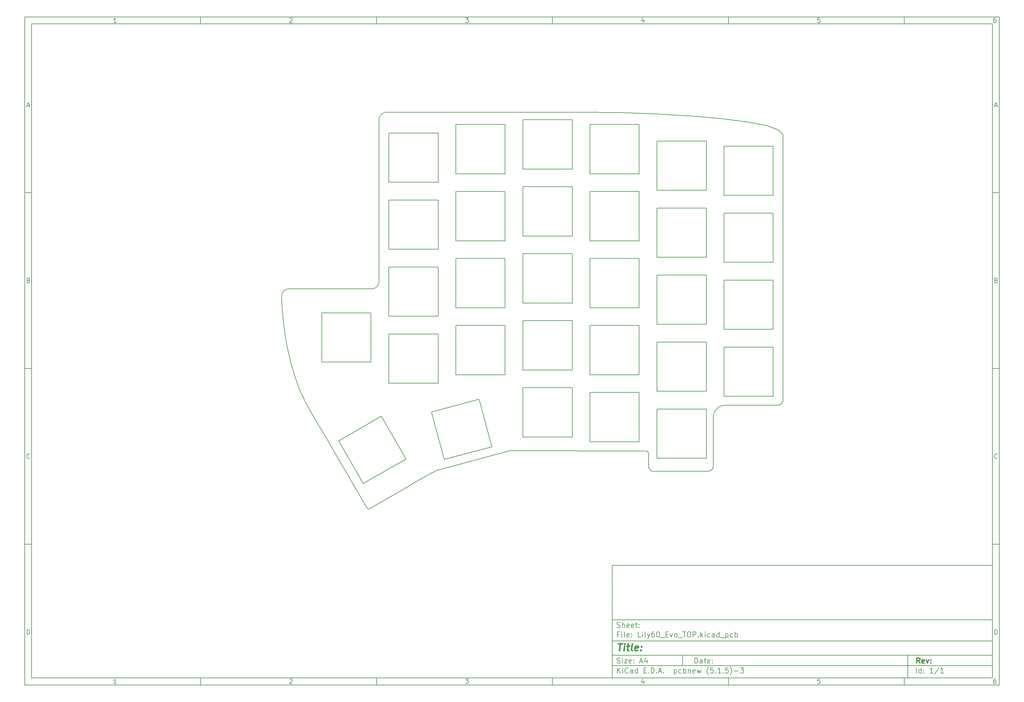
<source format=gm1>
G04 #@! TF.GenerationSoftware,KiCad,Pcbnew,(5.1.5)-3*
G04 #@! TF.CreationDate,2020-05-17T14:13:09+04:00*
G04 #@! TF.ProjectId,Lily60_Evo_TOP,4c696c79-3630-45f4-9576-6f5f544f502e,rev?*
G04 #@! TF.SameCoordinates,Original*
G04 #@! TF.FileFunction,Profile,NP*
%FSLAX46Y46*%
G04 Gerber Fmt 4.6, Leading zero omitted, Abs format (unit mm)*
G04 Created by KiCad (PCBNEW (5.1.5)-3) date 2020-05-17 14:13:09*
%MOMM*%
%LPD*%
G04 APERTURE LIST*
%ADD10C,0.100000*%
%ADD11C,0.150000*%
%ADD12C,0.300000*%
%ADD13C,0.400000*%
%ADD14C,0.200000*%
G04 APERTURE END LIST*
D10*
D11*
X177002200Y-166007200D02*
X177002200Y-198007200D01*
X285002200Y-198007200D01*
X285002200Y-166007200D01*
X177002200Y-166007200D01*
D10*
D11*
X10000000Y-10000000D02*
X10000000Y-200007200D01*
X287002200Y-200007200D01*
X287002200Y-10000000D01*
X10000000Y-10000000D01*
D10*
D11*
X12000000Y-12000000D02*
X12000000Y-198007200D01*
X285002200Y-198007200D01*
X285002200Y-12000000D01*
X12000000Y-12000000D01*
D10*
D11*
X60000000Y-12000000D02*
X60000000Y-10000000D01*
D10*
D11*
X110000000Y-12000000D02*
X110000000Y-10000000D01*
D10*
D11*
X160000000Y-12000000D02*
X160000000Y-10000000D01*
D10*
D11*
X210000000Y-12000000D02*
X210000000Y-10000000D01*
D10*
D11*
X260000000Y-12000000D02*
X260000000Y-10000000D01*
D10*
D11*
X36065476Y-11588095D02*
X35322619Y-11588095D01*
X35694047Y-11588095D02*
X35694047Y-10288095D01*
X35570238Y-10473809D01*
X35446428Y-10597619D01*
X35322619Y-10659523D01*
D10*
D11*
X85322619Y-10411904D02*
X85384523Y-10350000D01*
X85508333Y-10288095D01*
X85817857Y-10288095D01*
X85941666Y-10350000D01*
X86003571Y-10411904D01*
X86065476Y-10535714D01*
X86065476Y-10659523D01*
X86003571Y-10845238D01*
X85260714Y-11588095D01*
X86065476Y-11588095D01*
D10*
D11*
X135260714Y-10288095D02*
X136065476Y-10288095D01*
X135632142Y-10783333D01*
X135817857Y-10783333D01*
X135941666Y-10845238D01*
X136003571Y-10907142D01*
X136065476Y-11030952D01*
X136065476Y-11340476D01*
X136003571Y-11464285D01*
X135941666Y-11526190D01*
X135817857Y-11588095D01*
X135446428Y-11588095D01*
X135322619Y-11526190D01*
X135260714Y-11464285D01*
D10*
D11*
X185941666Y-10721428D02*
X185941666Y-11588095D01*
X185632142Y-10226190D02*
X185322619Y-11154761D01*
X186127380Y-11154761D01*
D10*
D11*
X236003571Y-10288095D02*
X235384523Y-10288095D01*
X235322619Y-10907142D01*
X235384523Y-10845238D01*
X235508333Y-10783333D01*
X235817857Y-10783333D01*
X235941666Y-10845238D01*
X236003571Y-10907142D01*
X236065476Y-11030952D01*
X236065476Y-11340476D01*
X236003571Y-11464285D01*
X235941666Y-11526190D01*
X235817857Y-11588095D01*
X235508333Y-11588095D01*
X235384523Y-11526190D01*
X235322619Y-11464285D01*
D10*
D11*
X285941666Y-10288095D02*
X285694047Y-10288095D01*
X285570238Y-10350000D01*
X285508333Y-10411904D01*
X285384523Y-10597619D01*
X285322619Y-10845238D01*
X285322619Y-11340476D01*
X285384523Y-11464285D01*
X285446428Y-11526190D01*
X285570238Y-11588095D01*
X285817857Y-11588095D01*
X285941666Y-11526190D01*
X286003571Y-11464285D01*
X286065476Y-11340476D01*
X286065476Y-11030952D01*
X286003571Y-10907142D01*
X285941666Y-10845238D01*
X285817857Y-10783333D01*
X285570238Y-10783333D01*
X285446428Y-10845238D01*
X285384523Y-10907142D01*
X285322619Y-11030952D01*
D10*
D11*
X60000000Y-198007200D02*
X60000000Y-200007200D01*
D10*
D11*
X110000000Y-198007200D02*
X110000000Y-200007200D01*
D10*
D11*
X160000000Y-198007200D02*
X160000000Y-200007200D01*
D10*
D11*
X210000000Y-198007200D02*
X210000000Y-200007200D01*
D10*
D11*
X260000000Y-198007200D02*
X260000000Y-200007200D01*
D10*
D11*
X36065476Y-199595295D02*
X35322619Y-199595295D01*
X35694047Y-199595295D02*
X35694047Y-198295295D01*
X35570238Y-198481009D01*
X35446428Y-198604819D01*
X35322619Y-198666723D01*
D10*
D11*
X85322619Y-198419104D02*
X85384523Y-198357200D01*
X85508333Y-198295295D01*
X85817857Y-198295295D01*
X85941666Y-198357200D01*
X86003571Y-198419104D01*
X86065476Y-198542914D01*
X86065476Y-198666723D01*
X86003571Y-198852438D01*
X85260714Y-199595295D01*
X86065476Y-199595295D01*
D10*
D11*
X135260714Y-198295295D02*
X136065476Y-198295295D01*
X135632142Y-198790533D01*
X135817857Y-198790533D01*
X135941666Y-198852438D01*
X136003571Y-198914342D01*
X136065476Y-199038152D01*
X136065476Y-199347676D01*
X136003571Y-199471485D01*
X135941666Y-199533390D01*
X135817857Y-199595295D01*
X135446428Y-199595295D01*
X135322619Y-199533390D01*
X135260714Y-199471485D01*
D10*
D11*
X185941666Y-198728628D02*
X185941666Y-199595295D01*
X185632142Y-198233390D02*
X185322619Y-199161961D01*
X186127380Y-199161961D01*
D10*
D11*
X236003571Y-198295295D02*
X235384523Y-198295295D01*
X235322619Y-198914342D01*
X235384523Y-198852438D01*
X235508333Y-198790533D01*
X235817857Y-198790533D01*
X235941666Y-198852438D01*
X236003571Y-198914342D01*
X236065476Y-199038152D01*
X236065476Y-199347676D01*
X236003571Y-199471485D01*
X235941666Y-199533390D01*
X235817857Y-199595295D01*
X235508333Y-199595295D01*
X235384523Y-199533390D01*
X235322619Y-199471485D01*
D10*
D11*
X285941666Y-198295295D02*
X285694047Y-198295295D01*
X285570238Y-198357200D01*
X285508333Y-198419104D01*
X285384523Y-198604819D01*
X285322619Y-198852438D01*
X285322619Y-199347676D01*
X285384523Y-199471485D01*
X285446428Y-199533390D01*
X285570238Y-199595295D01*
X285817857Y-199595295D01*
X285941666Y-199533390D01*
X286003571Y-199471485D01*
X286065476Y-199347676D01*
X286065476Y-199038152D01*
X286003571Y-198914342D01*
X285941666Y-198852438D01*
X285817857Y-198790533D01*
X285570238Y-198790533D01*
X285446428Y-198852438D01*
X285384523Y-198914342D01*
X285322619Y-199038152D01*
D10*
D11*
X10000000Y-60000000D02*
X12000000Y-60000000D01*
D10*
D11*
X10000000Y-110000000D02*
X12000000Y-110000000D01*
D10*
D11*
X10000000Y-160000000D02*
X12000000Y-160000000D01*
D10*
D11*
X10690476Y-35216666D02*
X11309523Y-35216666D01*
X10566666Y-35588095D02*
X11000000Y-34288095D01*
X11433333Y-35588095D01*
D10*
D11*
X11092857Y-84907142D02*
X11278571Y-84969047D01*
X11340476Y-85030952D01*
X11402380Y-85154761D01*
X11402380Y-85340476D01*
X11340476Y-85464285D01*
X11278571Y-85526190D01*
X11154761Y-85588095D01*
X10659523Y-85588095D01*
X10659523Y-84288095D01*
X11092857Y-84288095D01*
X11216666Y-84350000D01*
X11278571Y-84411904D01*
X11340476Y-84535714D01*
X11340476Y-84659523D01*
X11278571Y-84783333D01*
X11216666Y-84845238D01*
X11092857Y-84907142D01*
X10659523Y-84907142D01*
D10*
D11*
X11402380Y-135464285D02*
X11340476Y-135526190D01*
X11154761Y-135588095D01*
X11030952Y-135588095D01*
X10845238Y-135526190D01*
X10721428Y-135402380D01*
X10659523Y-135278571D01*
X10597619Y-135030952D01*
X10597619Y-134845238D01*
X10659523Y-134597619D01*
X10721428Y-134473809D01*
X10845238Y-134350000D01*
X11030952Y-134288095D01*
X11154761Y-134288095D01*
X11340476Y-134350000D01*
X11402380Y-134411904D01*
D10*
D11*
X10659523Y-185588095D02*
X10659523Y-184288095D01*
X10969047Y-184288095D01*
X11154761Y-184350000D01*
X11278571Y-184473809D01*
X11340476Y-184597619D01*
X11402380Y-184845238D01*
X11402380Y-185030952D01*
X11340476Y-185278571D01*
X11278571Y-185402380D01*
X11154761Y-185526190D01*
X10969047Y-185588095D01*
X10659523Y-185588095D01*
D10*
D11*
X287002200Y-60000000D02*
X285002200Y-60000000D01*
D10*
D11*
X287002200Y-110000000D02*
X285002200Y-110000000D01*
D10*
D11*
X287002200Y-160000000D02*
X285002200Y-160000000D01*
D10*
D11*
X285692676Y-35216666D02*
X286311723Y-35216666D01*
X285568866Y-35588095D02*
X286002200Y-34288095D01*
X286435533Y-35588095D01*
D10*
D11*
X286095057Y-84907142D02*
X286280771Y-84969047D01*
X286342676Y-85030952D01*
X286404580Y-85154761D01*
X286404580Y-85340476D01*
X286342676Y-85464285D01*
X286280771Y-85526190D01*
X286156961Y-85588095D01*
X285661723Y-85588095D01*
X285661723Y-84288095D01*
X286095057Y-84288095D01*
X286218866Y-84350000D01*
X286280771Y-84411904D01*
X286342676Y-84535714D01*
X286342676Y-84659523D01*
X286280771Y-84783333D01*
X286218866Y-84845238D01*
X286095057Y-84907142D01*
X285661723Y-84907142D01*
D10*
D11*
X286404580Y-135464285D02*
X286342676Y-135526190D01*
X286156961Y-135588095D01*
X286033152Y-135588095D01*
X285847438Y-135526190D01*
X285723628Y-135402380D01*
X285661723Y-135278571D01*
X285599819Y-135030952D01*
X285599819Y-134845238D01*
X285661723Y-134597619D01*
X285723628Y-134473809D01*
X285847438Y-134350000D01*
X286033152Y-134288095D01*
X286156961Y-134288095D01*
X286342676Y-134350000D01*
X286404580Y-134411904D01*
D10*
D11*
X285661723Y-185588095D02*
X285661723Y-184288095D01*
X285971247Y-184288095D01*
X286156961Y-184350000D01*
X286280771Y-184473809D01*
X286342676Y-184597619D01*
X286404580Y-184845238D01*
X286404580Y-185030952D01*
X286342676Y-185278571D01*
X286280771Y-185402380D01*
X286156961Y-185526190D01*
X285971247Y-185588095D01*
X285661723Y-185588095D01*
D10*
D11*
X200434342Y-193785771D02*
X200434342Y-192285771D01*
X200791485Y-192285771D01*
X201005771Y-192357200D01*
X201148628Y-192500057D01*
X201220057Y-192642914D01*
X201291485Y-192928628D01*
X201291485Y-193142914D01*
X201220057Y-193428628D01*
X201148628Y-193571485D01*
X201005771Y-193714342D01*
X200791485Y-193785771D01*
X200434342Y-193785771D01*
X202577200Y-193785771D02*
X202577200Y-193000057D01*
X202505771Y-192857200D01*
X202362914Y-192785771D01*
X202077200Y-192785771D01*
X201934342Y-192857200D01*
X202577200Y-193714342D02*
X202434342Y-193785771D01*
X202077200Y-193785771D01*
X201934342Y-193714342D01*
X201862914Y-193571485D01*
X201862914Y-193428628D01*
X201934342Y-193285771D01*
X202077200Y-193214342D01*
X202434342Y-193214342D01*
X202577200Y-193142914D01*
X203077200Y-192785771D02*
X203648628Y-192785771D01*
X203291485Y-192285771D02*
X203291485Y-193571485D01*
X203362914Y-193714342D01*
X203505771Y-193785771D01*
X203648628Y-193785771D01*
X204720057Y-193714342D02*
X204577200Y-193785771D01*
X204291485Y-193785771D01*
X204148628Y-193714342D01*
X204077200Y-193571485D01*
X204077200Y-193000057D01*
X204148628Y-192857200D01*
X204291485Y-192785771D01*
X204577200Y-192785771D01*
X204720057Y-192857200D01*
X204791485Y-193000057D01*
X204791485Y-193142914D01*
X204077200Y-193285771D01*
X205434342Y-193642914D02*
X205505771Y-193714342D01*
X205434342Y-193785771D01*
X205362914Y-193714342D01*
X205434342Y-193642914D01*
X205434342Y-193785771D01*
X205434342Y-192857200D02*
X205505771Y-192928628D01*
X205434342Y-193000057D01*
X205362914Y-192928628D01*
X205434342Y-192857200D01*
X205434342Y-193000057D01*
D10*
D11*
X177002200Y-194507200D02*
X285002200Y-194507200D01*
D10*
D11*
X178434342Y-196585771D02*
X178434342Y-195085771D01*
X179291485Y-196585771D02*
X178648628Y-195728628D01*
X179291485Y-195085771D02*
X178434342Y-195942914D01*
X179934342Y-196585771D02*
X179934342Y-195585771D01*
X179934342Y-195085771D02*
X179862914Y-195157200D01*
X179934342Y-195228628D01*
X180005771Y-195157200D01*
X179934342Y-195085771D01*
X179934342Y-195228628D01*
X181505771Y-196442914D02*
X181434342Y-196514342D01*
X181220057Y-196585771D01*
X181077200Y-196585771D01*
X180862914Y-196514342D01*
X180720057Y-196371485D01*
X180648628Y-196228628D01*
X180577200Y-195942914D01*
X180577200Y-195728628D01*
X180648628Y-195442914D01*
X180720057Y-195300057D01*
X180862914Y-195157200D01*
X181077200Y-195085771D01*
X181220057Y-195085771D01*
X181434342Y-195157200D01*
X181505771Y-195228628D01*
X182791485Y-196585771D02*
X182791485Y-195800057D01*
X182720057Y-195657200D01*
X182577200Y-195585771D01*
X182291485Y-195585771D01*
X182148628Y-195657200D01*
X182791485Y-196514342D02*
X182648628Y-196585771D01*
X182291485Y-196585771D01*
X182148628Y-196514342D01*
X182077200Y-196371485D01*
X182077200Y-196228628D01*
X182148628Y-196085771D01*
X182291485Y-196014342D01*
X182648628Y-196014342D01*
X182791485Y-195942914D01*
X184148628Y-196585771D02*
X184148628Y-195085771D01*
X184148628Y-196514342D02*
X184005771Y-196585771D01*
X183720057Y-196585771D01*
X183577200Y-196514342D01*
X183505771Y-196442914D01*
X183434342Y-196300057D01*
X183434342Y-195871485D01*
X183505771Y-195728628D01*
X183577200Y-195657200D01*
X183720057Y-195585771D01*
X184005771Y-195585771D01*
X184148628Y-195657200D01*
X186005771Y-195800057D02*
X186505771Y-195800057D01*
X186720057Y-196585771D02*
X186005771Y-196585771D01*
X186005771Y-195085771D01*
X186720057Y-195085771D01*
X187362914Y-196442914D02*
X187434342Y-196514342D01*
X187362914Y-196585771D01*
X187291485Y-196514342D01*
X187362914Y-196442914D01*
X187362914Y-196585771D01*
X188077200Y-196585771D02*
X188077200Y-195085771D01*
X188434342Y-195085771D01*
X188648628Y-195157200D01*
X188791485Y-195300057D01*
X188862914Y-195442914D01*
X188934342Y-195728628D01*
X188934342Y-195942914D01*
X188862914Y-196228628D01*
X188791485Y-196371485D01*
X188648628Y-196514342D01*
X188434342Y-196585771D01*
X188077200Y-196585771D01*
X189577200Y-196442914D02*
X189648628Y-196514342D01*
X189577200Y-196585771D01*
X189505771Y-196514342D01*
X189577200Y-196442914D01*
X189577200Y-196585771D01*
X190220057Y-196157200D02*
X190934342Y-196157200D01*
X190077200Y-196585771D02*
X190577200Y-195085771D01*
X191077200Y-196585771D01*
X191577200Y-196442914D02*
X191648628Y-196514342D01*
X191577200Y-196585771D01*
X191505771Y-196514342D01*
X191577200Y-196442914D01*
X191577200Y-196585771D01*
X194577200Y-195585771D02*
X194577200Y-197085771D01*
X194577200Y-195657200D02*
X194720057Y-195585771D01*
X195005771Y-195585771D01*
X195148628Y-195657200D01*
X195220057Y-195728628D01*
X195291485Y-195871485D01*
X195291485Y-196300057D01*
X195220057Y-196442914D01*
X195148628Y-196514342D01*
X195005771Y-196585771D01*
X194720057Y-196585771D01*
X194577200Y-196514342D01*
X196577200Y-196514342D02*
X196434342Y-196585771D01*
X196148628Y-196585771D01*
X196005771Y-196514342D01*
X195934342Y-196442914D01*
X195862914Y-196300057D01*
X195862914Y-195871485D01*
X195934342Y-195728628D01*
X196005771Y-195657200D01*
X196148628Y-195585771D01*
X196434342Y-195585771D01*
X196577200Y-195657200D01*
X197220057Y-196585771D02*
X197220057Y-195085771D01*
X197220057Y-195657200D02*
X197362914Y-195585771D01*
X197648628Y-195585771D01*
X197791485Y-195657200D01*
X197862914Y-195728628D01*
X197934342Y-195871485D01*
X197934342Y-196300057D01*
X197862914Y-196442914D01*
X197791485Y-196514342D01*
X197648628Y-196585771D01*
X197362914Y-196585771D01*
X197220057Y-196514342D01*
X198577200Y-195585771D02*
X198577200Y-196585771D01*
X198577200Y-195728628D02*
X198648628Y-195657200D01*
X198791485Y-195585771D01*
X199005771Y-195585771D01*
X199148628Y-195657200D01*
X199220057Y-195800057D01*
X199220057Y-196585771D01*
X200505771Y-196514342D02*
X200362914Y-196585771D01*
X200077200Y-196585771D01*
X199934342Y-196514342D01*
X199862914Y-196371485D01*
X199862914Y-195800057D01*
X199934342Y-195657200D01*
X200077200Y-195585771D01*
X200362914Y-195585771D01*
X200505771Y-195657200D01*
X200577200Y-195800057D01*
X200577200Y-195942914D01*
X199862914Y-196085771D01*
X201077200Y-195585771D02*
X201362914Y-196585771D01*
X201648628Y-195871485D01*
X201934342Y-196585771D01*
X202220057Y-195585771D01*
X204362914Y-197157200D02*
X204291485Y-197085771D01*
X204148628Y-196871485D01*
X204077200Y-196728628D01*
X204005771Y-196514342D01*
X203934342Y-196157200D01*
X203934342Y-195871485D01*
X204005771Y-195514342D01*
X204077200Y-195300057D01*
X204148628Y-195157200D01*
X204291485Y-194942914D01*
X204362914Y-194871485D01*
X205648628Y-195085771D02*
X204934342Y-195085771D01*
X204862914Y-195800057D01*
X204934342Y-195728628D01*
X205077200Y-195657200D01*
X205434342Y-195657200D01*
X205577200Y-195728628D01*
X205648628Y-195800057D01*
X205720057Y-195942914D01*
X205720057Y-196300057D01*
X205648628Y-196442914D01*
X205577200Y-196514342D01*
X205434342Y-196585771D01*
X205077200Y-196585771D01*
X204934342Y-196514342D01*
X204862914Y-196442914D01*
X206362914Y-196442914D02*
X206434342Y-196514342D01*
X206362914Y-196585771D01*
X206291485Y-196514342D01*
X206362914Y-196442914D01*
X206362914Y-196585771D01*
X207862914Y-196585771D02*
X207005771Y-196585771D01*
X207434342Y-196585771D02*
X207434342Y-195085771D01*
X207291485Y-195300057D01*
X207148628Y-195442914D01*
X207005771Y-195514342D01*
X208505771Y-196442914D02*
X208577200Y-196514342D01*
X208505771Y-196585771D01*
X208434342Y-196514342D01*
X208505771Y-196442914D01*
X208505771Y-196585771D01*
X209934342Y-195085771D02*
X209220057Y-195085771D01*
X209148628Y-195800057D01*
X209220057Y-195728628D01*
X209362914Y-195657200D01*
X209720057Y-195657200D01*
X209862914Y-195728628D01*
X209934342Y-195800057D01*
X210005771Y-195942914D01*
X210005771Y-196300057D01*
X209934342Y-196442914D01*
X209862914Y-196514342D01*
X209720057Y-196585771D01*
X209362914Y-196585771D01*
X209220057Y-196514342D01*
X209148628Y-196442914D01*
X210505771Y-197157200D02*
X210577200Y-197085771D01*
X210720057Y-196871485D01*
X210791485Y-196728628D01*
X210862914Y-196514342D01*
X210934342Y-196157200D01*
X210934342Y-195871485D01*
X210862914Y-195514342D01*
X210791485Y-195300057D01*
X210720057Y-195157200D01*
X210577200Y-194942914D01*
X210505771Y-194871485D01*
X211648628Y-196014342D02*
X212791485Y-196014342D01*
X213362914Y-195085771D02*
X214291485Y-195085771D01*
X213791485Y-195657200D01*
X214005771Y-195657200D01*
X214148628Y-195728628D01*
X214220057Y-195800057D01*
X214291485Y-195942914D01*
X214291485Y-196300057D01*
X214220057Y-196442914D01*
X214148628Y-196514342D01*
X214005771Y-196585771D01*
X213577200Y-196585771D01*
X213434342Y-196514342D01*
X213362914Y-196442914D01*
D10*
D11*
X177002200Y-191507200D02*
X285002200Y-191507200D01*
D10*
D12*
X264411485Y-193785771D02*
X263911485Y-193071485D01*
X263554342Y-193785771D02*
X263554342Y-192285771D01*
X264125771Y-192285771D01*
X264268628Y-192357200D01*
X264340057Y-192428628D01*
X264411485Y-192571485D01*
X264411485Y-192785771D01*
X264340057Y-192928628D01*
X264268628Y-193000057D01*
X264125771Y-193071485D01*
X263554342Y-193071485D01*
X265625771Y-193714342D02*
X265482914Y-193785771D01*
X265197200Y-193785771D01*
X265054342Y-193714342D01*
X264982914Y-193571485D01*
X264982914Y-193000057D01*
X265054342Y-192857200D01*
X265197200Y-192785771D01*
X265482914Y-192785771D01*
X265625771Y-192857200D01*
X265697200Y-193000057D01*
X265697200Y-193142914D01*
X264982914Y-193285771D01*
X266197200Y-192785771D02*
X266554342Y-193785771D01*
X266911485Y-192785771D01*
X267482914Y-193642914D02*
X267554342Y-193714342D01*
X267482914Y-193785771D01*
X267411485Y-193714342D01*
X267482914Y-193642914D01*
X267482914Y-193785771D01*
X267482914Y-192857200D02*
X267554342Y-192928628D01*
X267482914Y-193000057D01*
X267411485Y-192928628D01*
X267482914Y-192857200D01*
X267482914Y-193000057D01*
D10*
D11*
X178362914Y-193714342D02*
X178577200Y-193785771D01*
X178934342Y-193785771D01*
X179077200Y-193714342D01*
X179148628Y-193642914D01*
X179220057Y-193500057D01*
X179220057Y-193357200D01*
X179148628Y-193214342D01*
X179077200Y-193142914D01*
X178934342Y-193071485D01*
X178648628Y-193000057D01*
X178505771Y-192928628D01*
X178434342Y-192857200D01*
X178362914Y-192714342D01*
X178362914Y-192571485D01*
X178434342Y-192428628D01*
X178505771Y-192357200D01*
X178648628Y-192285771D01*
X179005771Y-192285771D01*
X179220057Y-192357200D01*
X179862914Y-193785771D02*
X179862914Y-192785771D01*
X179862914Y-192285771D02*
X179791485Y-192357200D01*
X179862914Y-192428628D01*
X179934342Y-192357200D01*
X179862914Y-192285771D01*
X179862914Y-192428628D01*
X180434342Y-192785771D02*
X181220057Y-192785771D01*
X180434342Y-193785771D01*
X181220057Y-193785771D01*
X182362914Y-193714342D02*
X182220057Y-193785771D01*
X181934342Y-193785771D01*
X181791485Y-193714342D01*
X181720057Y-193571485D01*
X181720057Y-193000057D01*
X181791485Y-192857200D01*
X181934342Y-192785771D01*
X182220057Y-192785771D01*
X182362914Y-192857200D01*
X182434342Y-193000057D01*
X182434342Y-193142914D01*
X181720057Y-193285771D01*
X183077200Y-193642914D02*
X183148628Y-193714342D01*
X183077200Y-193785771D01*
X183005771Y-193714342D01*
X183077200Y-193642914D01*
X183077200Y-193785771D01*
X183077200Y-192857200D02*
X183148628Y-192928628D01*
X183077200Y-193000057D01*
X183005771Y-192928628D01*
X183077200Y-192857200D01*
X183077200Y-193000057D01*
X184862914Y-193357200D02*
X185577200Y-193357200D01*
X184720057Y-193785771D02*
X185220057Y-192285771D01*
X185720057Y-193785771D01*
X186862914Y-192785771D02*
X186862914Y-193785771D01*
X186505771Y-192214342D02*
X186148628Y-193285771D01*
X187077200Y-193285771D01*
D10*
D11*
X263434342Y-196585771D02*
X263434342Y-195085771D01*
X264791485Y-196585771D02*
X264791485Y-195085771D01*
X264791485Y-196514342D02*
X264648628Y-196585771D01*
X264362914Y-196585771D01*
X264220057Y-196514342D01*
X264148628Y-196442914D01*
X264077200Y-196300057D01*
X264077200Y-195871485D01*
X264148628Y-195728628D01*
X264220057Y-195657200D01*
X264362914Y-195585771D01*
X264648628Y-195585771D01*
X264791485Y-195657200D01*
X265505771Y-196442914D02*
X265577200Y-196514342D01*
X265505771Y-196585771D01*
X265434342Y-196514342D01*
X265505771Y-196442914D01*
X265505771Y-196585771D01*
X265505771Y-195657200D02*
X265577200Y-195728628D01*
X265505771Y-195800057D01*
X265434342Y-195728628D01*
X265505771Y-195657200D01*
X265505771Y-195800057D01*
X268148628Y-196585771D02*
X267291485Y-196585771D01*
X267720057Y-196585771D02*
X267720057Y-195085771D01*
X267577200Y-195300057D01*
X267434342Y-195442914D01*
X267291485Y-195514342D01*
X269862914Y-195014342D02*
X268577200Y-196942914D01*
X271148628Y-196585771D02*
X270291485Y-196585771D01*
X270720057Y-196585771D02*
X270720057Y-195085771D01*
X270577200Y-195300057D01*
X270434342Y-195442914D01*
X270291485Y-195514342D01*
D10*
D11*
X177002200Y-187507200D02*
X285002200Y-187507200D01*
D10*
D13*
X178714580Y-188211961D02*
X179857438Y-188211961D01*
X179036009Y-190211961D02*
X179286009Y-188211961D01*
X180274104Y-190211961D02*
X180440771Y-188878628D01*
X180524104Y-188211961D02*
X180416961Y-188307200D01*
X180500295Y-188402438D01*
X180607438Y-188307200D01*
X180524104Y-188211961D01*
X180500295Y-188402438D01*
X181107438Y-188878628D02*
X181869342Y-188878628D01*
X181476485Y-188211961D02*
X181262200Y-189926247D01*
X181333628Y-190116723D01*
X181512200Y-190211961D01*
X181702676Y-190211961D01*
X182655057Y-190211961D02*
X182476485Y-190116723D01*
X182405057Y-189926247D01*
X182619342Y-188211961D01*
X184190771Y-190116723D02*
X183988390Y-190211961D01*
X183607438Y-190211961D01*
X183428866Y-190116723D01*
X183357438Y-189926247D01*
X183452676Y-189164342D01*
X183571723Y-188973866D01*
X183774104Y-188878628D01*
X184155057Y-188878628D01*
X184333628Y-188973866D01*
X184405057Y-189164342D01*
X184381247Y-189354819D01*
X183405057Y-189545295D01*
X185155057Y-190021485D02*
X185238390Y-190116723D01*
X185131247Y-190211961D01*
X185047914Y-190116723D01*
X185155057Y-190021485D01*
X185131247Y-190211961D01*
X185286009Y-188973866D02*
X185369342Y-189069104D01*
X185262200Y-189164342D01*
X185178866Y-189069104D01*
X185286009Y-188973866D01*
X185262200Y-189164342D01*
D10*
D11*
X178934342Y-185600057D02*
X178434342Y-185600057D01*
X178434342Y-186385771D02*
X178434342Y-184885771D01*
X179148628Y-184885771D01*
X179720057Y-186385771D02*
X179720057Y-185385771D01*
X179720057Y-184885771D02*
X179648628Y-184957200D01*
X179720057Y-185028628D01*
X179791485Y-184957200D01*
X179720057Y-184885771D01*
X179720057Y-185028628D01*
X180648628Y-186385771D02*
X180505771Y-186314342D01*
X180434342Y-186171485D01*
X180434342Y-184885771D01*
X181791485Y-186314342D02*
X181648628Y-186385771D01*
X181362914Y-186385771D01*
X181220057Y-186314342D01*
X181148628Y-186171485D01*
X181148628Y-185600057D01*
X181220057Y-185457200D01*
X181362914Y-185385771D01*
X181648628Y-185385771D01*
X181791485Y-185457200D01*
X181862914Y-185600057D01*
X181862914Y-185742914D01*
X181148628Y-185885771D01*
X182505771Y-186242914D02*
X182577200Y-186314342D01*
X182505771Y-186385771D01*
X182434342Y-186314342D01*
X182505771Y-186242914D01*
X182505771Y-186385771D01*
X182505771Y-185457200D02*
X182577200Y-185528628D01*
X182505771Y-185600057D01*
X182434342Y-185528628D01*
X182505771Y-185457200D01*
X182505771Y-185600057D01*
X185077200Y-186385771D02*
X184362914Y-186385771D01*
X184362914Y-184885771D01*
X185577200Y-186385771D02*
X185577200Y-185385771D01*
X185577200Y-184885771D02*
X185505771Y-184957200D01*
X185577200Y-185028628D01*
X185648628Y-184957200D01*
X185577200Y-184885771D01*
X185577200Y-185028628D01*
X186505771Y-186385771D02*
X186362914Y-186314342D01*
X186291485Y-186171485D01*
X186291485Y-184885771D01*
X186934342Y-185385771D02*
X187291485Y-186385771D01*
X187648628Y-185385771D02*
X187291485Y-186385771D01*
X187148628Y-186742914D01*
X187077200Y-186814342D01*
X186934342Y-186885771D01*
X188862914Y-184885771D02*
X188577200Y-184885771D01*
X188434342Y-184957200D01*
X188362914Y-185028628D01*
X188220057Y-185242914D01*
X188148628Y-185528628D01*
X188148628Y-186100057D01*
X188220057Y-186242914D01*
X188291485Y-186314342D01*
X188434342Y-186385771D01*
X188720057Y-186385771D01*
X188862914Y-186314342D01*
X188934342Y-186242914D01*
X189005771Y-186100057D01*
X189005771Y-185742914D01*
X188934342Y-185600057D01*
X188862914Y-185528628D01*
X188720057Y-185457200D01*
X188434342Y-185457200D01*
X188291485Y-185528628D01*
X188220057Y-185600057D01*
X188148628Y-185742914D01*
X189934342Y-184885771D02*
X190077200Y-184885771D01*
X190220057Y-184957200D01*
X190291485Y-185028628D01*
X190362914Y-185171485D01*
X190434342Y-185457200D01*
X190434342Y-185814342D01*
X190362914Y-186100057D01*
X190291485Y-186242914D01*
X190220057Y-186314342D01*
X190077200Y-186385771D01*
X189934342Y-186385771D01*
X189791485Y-186314342D01*
X189720057Y-186242914D01*
X189648628Y-186100057D01*
X189577200Y-185814342D01*
X189577200Y-185457200D01*
X189648628Y-185171485D01*
X189720057Y-185028628D01*
X189791485Y-184957200D01*
X189934342Y-184885771D01*
X190720057Y-186528628D02*
X191862914Y-186528628D01*
X192220057Y-185600057D02*
X192720057Y-185600057D01*
X192934342Y-186385771D02*
X192220057Y-186385771D01*
X192220057Y-184885771D01*
X192934342Y-184885771D01*
X193434342Y-185385771D02*
X193791485Y-186385771D01*
X194148628Y-185385771D01*
X194934342Y-186385771D02*
X194791485Y-186314342D01*
X194720057Y-186242914D01*
X194648628Y-186100057D01*
X194648628Y-185671485D01*
X194720057Y-185528628D01*
X194791485Y-185457200D01*
X194934342Y-185385771D01*
X195148628Y-185385771D01*
X195291485Y-185457200D01*
X195362914Y-185528628D01*
X195434342Y-185671485D01*
X195434342Y-186100057D01*
X195362914Y-186242914D01*
X195291485Y-186314342D01*
X195148628Y-186385771D01*
X194934342Y-186385771D01*
X195720057Y-186528628D02*
X196862914Y-186528628D01*
X197005771Y-184885771D02*
X197862914Y-184885771D01*
X197434342Y-186385771D02*
X197434342Y-184885771D01*
X198648628Y-184885771D02*
X198934342Y-184885771D01*
X199077200Y-184957200D01*
X199220057Y-185100057D01*
X199291485Y-185385771D01*
X199291485Y-185885771D01*
X199220057Y-186171485D01*
X199077200Y-186314342D01*
X198934342Y-186385771D01*
X198648628Y-186385771D01*
X198505771Y-186314342D01*
X198362914Y-186171485D01*
X198291485Y-185885771D01*
X198291485Y-185385771D01*
X198362914Y-185100057D01*
X198505771Y-184957200D01*
X198648628Y-184885771D01*
X199934342Y-186385771D02*
X199934342Y-184885771D01*
X200505771Y-184885771D01*
X200648628Y-184957200D01*
X200720057Y-185028628D01*
X200791485Y-185171485D01*
X200791485Y-185385771D01*
X200720057Y-185528628D01*
X200648628Y-185600057D01*
X200505771Y-185671485D01*
X199934342Y-185671485D01*
X201434342Y-186242914D02*
X201505771Y-186314342D01*
X201434342Y-186385771D01*
X201362914Y-186314342D01*
X201434342Y-186242914D01*
X201434342Y-186385771D01*
X202148628Y-186385771D02*
X202148628Y-184885771D01*
X202291485Y-185814342D02*
X202720057Y-186385771D01*
X202720057Y-185385771D02*
X202148628Y-185957200D01*
X203362914Y-186385771D02*
X203362914Y-185385771D01*
X203362914Y-184885771D02*
X203291485Y-184957200D01*
X203362914Y-185028628D01*
X203434342Y-184957200D01*
X203362914Y-184885771D01*
X203362914Y-185028628D01*
X204720057Y-186314342D02*
X204577200Y-186385771D01*
X204291485Y-186385771D01*
X204148628Y-186314342D01*
X204077200Y-186242914D01*
X204005771Y-186100057D01*
X204005771Y-185671485D01*
X204077200Y-185528628D01*
X204148628Y-185457200D01*
X204291485Y-185385771D01*
X204577200Y-185385771D01*
X204720057Y-185457200D01*
X206005771Y-186385771D02*
X206005771Y-185600057D01*
X205934342Y-185457200D01*
X205791485Y-185385771D01*
X205505771Y-185385771D01*
X205362914Y-185457200D01*
X206005771Y-186314342D02*
X205862914Y-186385771D01*
X205505771Y-186385771D01*
X205362914Y-186314342D01*
X205291485Y-186171485D01*
X205291485Y-186028628D01*
X205362914Y-185885771D01*
X205505771Y-185814342D01*
X205862914Y-185814342D01*
X206005771Y-185742914D01*
X207362914Y-186385771D02*
X207362914Y-184885771D01*
X207362914Y-186314342D02*
X207220057Y-186385771D01*
X206934342Y-186385771D01*
X206791485Y-186314342D01*
X206720057Y-186242914D01*
X206648628Y-186100057D01*
X206648628Y-185671485D01*
X206720057Y-185528628D01*
X206791485Y-185457200D01*
X206934342Y-185385771D01*
X207220057Y-185385771D01*
X207362914Y-185457200D01*
X207720057Y-186528628D02*
X208862914Y-186528628D01*
X209220057Y-185385771D02*
X209220057Y-186885771D01*
X209220057Y-185457200D02*
X209362914Y-185385771D01*
X209648628Y-185385771D01*
X209791485Y-185457200D01*
X209862914Y-185528628D01*
X209934342Y-185671485D01*
X209934342Y-186100057D01*
X209862914Y-186242914D01*
X209791485Y-186314342D01*
X209648628Y-186385771D01*
X209362914Y-186385771D01*
X209220057Y-186314342D01*
X211220057Y-186314342D02*
X211077200Y-186385771D01*
X210791485Y-186385771D01*
X210648628Y-186314342D01*
X210577200Y-186242914D01*
X210505771Y-186100057D01*
X210505771Y-185671485D01*
X210577200Y-185528628D01*
X210648628Y-185457200D01*
X210791485Y-185385771D01*
X211077200Y-185385771D01*
X211220057Y-185457200D01*
X211862914Y-186385771D02*
X211862914Y-184885771D01*
X211862914Y-185457200D02*
X212005771Y-185385771D01*
X212291485Y-185385771D01*
X212434342Y-185457200D01*
X212505771Y-185528628D01*
X212577200Y-185671485D01*
X212577200Y-186100057D01*
X212505771Y-186242914D01*
X212434342Y-186314342D01*
X212291485Y-186385771D01*
X212005771Y-186385771D01*
X211862914Y-186314342D01*
D10*
D11*
X177002200Y-181507200D02*
X285002200Y-181507200D01*
D10*
D11*
X178362914Y-183614342D02*
X178577200Y-183685771D01*
X178934342Y-183685771D01*
X179077200Y-183614342D01*
X179148628Y-183542914D01*
X179220057Y-183400057D01*
X179220057Y-183257200D01*
X179148628Y-183114342D01*
X179077200Y-183042914D01*
X178934342Y-182971485D01*
X178648628Y-182900057D01*
X178505771Y-182828628D01*
X178434342Y-182757200D01*
X178362914Y-182614342D01*
X178362914Y-182471485D01*
X178434342Y-182328628D01*
X178505771Y-182257200D01*
X178648628Y-182185771D01*
X179005771Y-182185771D01*
X179220057Y-182257200D01*
X179862914Y-183685771D02*
X179862914Y-182185771D01*
X180505771Y-183685771D02*
X180505771Y-182900057D01*
X180434342Y-182757200D01*
X180291485Y-182685771D01*
X180077200Y-182685771D01*
X179934342Y-182757200D01*
X179862914Y-182828628D01*
X181791485Y-183614342D02*
X181648628Y-183685771D01*
X181362914Y-183685771D01*
X181220057Y-183614342D01*
X181148628Y-183471485D01*
X181148628Y-182900057D01*
X181220057Y-182757200D01*
X181362914Y-182685771D01*
X181648628Y-182685771D01*
X181791485Y-182757200D01*
X181862914Y-182900057D01*
X181862914Y-183042914D01*
X181148628Y-183185771D01*
X183077200Y-183614342D02*
X182934342Y-183685771D01*
X182648628Y-183685771D01*
X182505771Y-183614342D01*
X182434342Y-183471485D01*
X182434342Y-182900057D01*
X182505771Y-182757200D01*
X182648628Y-182685771D01*
X182934342Y-182685771D01*
X183077200Y-182757200D01*
X183148628Y-182900057D01*
X183148628Y-183042914D01*
X182434342Y-183185771D01*
X183577200Y-182685771D02*
X184148628Y-182685771D01*
X183791485Y-182185771D02*
X183791485Y-183471485D01*
X183862914Y-183614342D01*
X184005771Y-183685771D01*
X184148628Y-183685771D01*
X184648628Y-183542914D02*
X184720057Y-183614342D01*
X184648628Y-183685771D01*
X184577200Y-183614342D01*
X184648628Y-183542914D01*
X184648628Y-183685771D01*
X184648628Y-182757200D02*
X184720057Y-182828628D01*
X184648628Y-182900057D01*
X184577200Y-182828628D01*
X184648628Y-182757200D01*
X184648628Y-182900057D01*
D10*
D11*
X197002200Y-191507200D02*
X197002200Y-194507200D01*
D10*
D11*
X261002200Y-191507200D02*
X261002200Y-198007200D01*
D14*
X225472504Y-118955447D02*
X225467057Y-119232943D01*
X225467057Y-119232943D02*
X225379721Y-119514599D01*
X225241505Y-119769408D02*
X225058417Y-119991360D01*
X225058417Y-119991360D02*
X224836464Y-120174449D01*
X225379721Y-119514599D02*
X225241505Y-119769408D01*
X224836464Y-120174449D02*
X224581656Y-120312665D01*
X224581656Y-120312665D02*
X224300000Y-120400000D01*
X209200000Y-120400000D02*
X224300000Y-120400000D01*
X205700000Y-123900000D02*
X205771043Y-123194176D01*
X207242425Y-120997330D02*
X207836978Y-120674826D01*
X205771043Y-123194176D02*
X205974826Y-122536978D01*
X208494176Y-120471043D02*
X209200000Y-120400000D01*
X205974826Y-122536978D02*
X206297330Y-121942425D01*
X206724536Y-121424536D02*
X207242425Y-120997330D01*
X207836978Y-120674826D02*
X208494176Y-120471043D01*
X206297330Y-121942425D02*
X206724536Y-121424536D01*
X205260913Y-138760913D02*
X205038961Y-138944001D01*
X205700000Y-137722394D02*
X205669553Y-138002496D01*
X205669553Y-138002496D02*
X205582217Y-138284152D01*
X205444001Y-138538960D02*
X205260913Y-138760913D01*
X205582217Y-138284152D02*
X205444001Y-138538960D01*
X205038961Y-138944001D02*
X204784152Y-139082217D01*
X204784152Y-139082217D02*
X204502496Y-139169553D01*
X205700000Y-123900000D02*
X205700000Y-137722394D01*
X204502496Y-139169553D02*
X204200000Y-139200000D01*
X106241750Y-142715431D02*
X99241752Y-130591074D01*
X118366106Y-135715431D02*
X106241750Y-142715431D01*
X111366105Y-123591077D02*
X118366106Y-135715431D01*
X99241752Y-130591074D02*
X111366105Y-123591077D01*
X129249637Y-135874873D02*
X125626172Y-122351912D01*
X142772599Y-132251408D02*
X129249637Y-135874873D01*
X139149132Y-118728447D02*
X142772599Y-132251408D01*
X125626172Y-122351912D02*
X139149132Y-118728447D01*
X208700000Y-117900000D02*
X208700000Y-103900000D01*
X222700000Y-117900000D02*
X208700000Y-117900000D01*
X222700000Y-103900000D02*
X222700000Y-117900000D01*
X208700000Y-103900000D02*
X222700000Y-103900000D01*
X208700000Y-98850000D02*
X208700000Y-84850000D01*
X222700000Y-98850000D02*
X208700000Y-98850000D01*
X222700000Y-84850000D02*
X222700000Y-98850000D01*
X208700000Y-84850000D02*
X222700000Y-84850000D01*
X208700000Y-79800000D02*
X208700000Y-65800000D01*
X222700000Y-79800000D02*
X208700000Y-79800000D01*
X222700000Y-65800000D02*
X222700000Y-79800000D01*
X208700000Y-65800000D02*
X222700000Y-65800000D01*
X208700000Y-60750000D02*
X208700000Y-46750000D01*
X222700000Y-60750000D02*
X208700000Y-60750000D01*
X222700000Y-46750000D02*
X222700000Y-60750000D01*
X208700000Y-46750000D02*
X222700000Y-46750000D01*
X189700000Y-135500000D02*
X189700000Y-121500000D01*
X203700000Y-135500000D02*
X189700000Y-135500000D01*
X203700000Y-121500000D02*
X203700000Y-135500000D01*
X189700000Y-121500000D02*
X203700000Y-121500000D01*
X189700000Y-116450000D02*
X189700000Y-102450000D01*
X203700000Y-116450000D02*
X189700000Y-116450000D01*
X203700000Y-102450000D02*
X203700000Y-116450000D01*
X189700000Y-102450000D02*
X203700000Y-102450000D01*
X189700000Y-97400000D02*
X189700000Y-83400000D01*
X203700000Y-97400000D02*
X189700000Y-97400000D01*
X203700000Y-83400000D02*
X203700000Y-97400000D01*
X189700000Y-83400000D02*
X203700000Y-83400000D01*
X189700000Y-78350000D02*
X189700000Y-64350000D01*
X203700000Y-78350000D02*
X189700000Y-78350000D01*
X203700000Y-64350000D02*
X203700000Y-78350000D01*
X189700000Y-64350000D02*
X203700000Y-64350000D01*
X189700000Y-59300000D02*
X189700000Y-45300000D01*
X203700000Y-59300000D02*
X189700000Y-59300000D01*
X203700000Y-45300000D02*
X203700000Y-59300000D01*
X189700000Y-45300000D02*
X203700000Y-45300000D01*
X170600000Y-130800000D02*
X170600000Y-116800000D01*
X184600000Y-130800000D02*
X170600000Y-130800000D01*
X184600000Y-116800000D02*
X184600000Y-130800000D01*
X170600000Y-116800000D02*
X184600000Y-116800000D01*
X170600000Y-111750000D02*
X170600000Y-97750000D01*
X184600000Y-111750000D02*
X170600000Y-111750000D01*
X184600000Y-97750000D02*
X184600000Y-111750000D01*
X170600000Y-97750000D02*
X184600000Y-97750000D01*
X170600000Y-92700000D02*
X170600000Y-78700000D01*
X184600000Y-92700000D02*
X170600000Y-92700000D01*
X184600000Y-78700000D02*
X184600000Y-92700000D01*
X170600000Y-78700000D02*
X184600000Y-78700000D01*
X170600000Y-73650000D02*
X170600000Y-59650000D01*
X184600000Y-73650000D02*
X170600000Y-73650000D01*
X184600000Y-59650000D02*
X184600000Y-73650000D01*
X170600000Y-59650000D02*
X184600000Y-59650000D01*
X170600000Y-54600000D02*
X170600000Y-40600000D01*
X184600000Y-54600000D02*
X170600000Y-54600000D01*
X184600000Y-40600000D02*
X184600000Y-54600000D01*
X170600000Y-40600000D02*
X184600000Y-40600000D01*
X94400000Y-108150000D02*
X94400000Y-94150000D01*
X108400000Y-108150000D02*
X94400000Y-108150000D01*
X108400000Y-94150000D02*
X108400000Y-108150000D01*
X94400000Y-94150000D02*
X108400000Y-94150000D01*
X113500000Y-114150000D02*
X113500000Y-100150000D01*
X127500000Y-114150000D02*
X113500000Y-114150000D01*
X127500000Y-100150000D02*
X127500000Y-114150000D01*
X113500000Y-100150000D02*
X127500000Y-100150000D01*
X113500000Y-95100000D02*
X113500000Y-81100000D01*
X127500000Y-95100000D02*
X113500000Y-95100000D01*
X127500000Y-81100000D02*
X127500000Y-95100000D01*
X113500000Y-81100000D02*
X127500000Y-81100000D01*
X113500000Y-76050000D02*
X113500000Y-62050000D01*
X127500000Y-76050000D02*
X113500000Y-76050000D01*
X127500000Y-62050000D02*
X127500000Y-76050000D01*
X113500000Y-62050000D02*
X127500000Y-62050000D01*
X132500000Y-111750000D02*
X132500000Y-97750000D01*
X146500000Y-111750000D02*
X132500000Y-111750000D01*
X146500000Y-97750000D02*
X146500000Y-111750000D01*
X132500000Y-97750000D02*
X146500000Y-97750000D01*
X132500000Y-92700000D02*
X132500000Y-78700000D01*
X146500000Y-92700000D02*
X132500000Y-92700000D01*
X146500000Y-78700000D02*
X146500000Y-92700000D01*
X132500000Y-78700000D02*
X146500000Y-78700000D01*
X132500000Y-73650000D02*
X132500000Y-59650000D01*
X146500000Y-73650000D02*
X132500000Y-73650000D01*
X146500000Y-59650000D02*
X146500000Y-73650000D01*
X132500000Y-59650000D02*
X146500000Y-59650000D01*
X151600000Y-129450000D02*
X151600000Y-115450000D01*
X165600000Y-129450000D02*
X151600000Y-129450000D01*
X165600000Y-115450000D02*
X165600000Y-129450000D01*
X151600000Y-115450000D02*
X165600000Y-115450000D01*
X151600000Y-110400000D02*
X151600000Y-96400000D01*
X165600000Y-110400000D02*
X151600000Y-110400000D01*
X165600000Y-96400000D02*
X165600000Y-110400000D01*
X151600000Y-96400000D02*
X165600000Y-96400000D01*
X151600000Y-91350000D02*
X151600000Y-77350000D01*
X165600000Y-91350000D02*
X151600000Y-91350000D01*
X165600000Y-77350000D02*
X165600000Y-91350000D01*
X151600000Y-77350000D02*
X165600000Y-77350000D01*
X151600000Y-72300000D02*
X151600000Y-58300000D01*
X165600000Y-72300000D02*
X151600000Y-72300000D01*
X165600000Y-58300000D02*
X165600000Y-72300000D01*
X151600000Y-58300000D02*
X165600000Y-58300000D01*
X151600000Y-53250000D02*
X151600000Y-39250000D01*
X165600000Y-53250000D02*
X151600000Y-53250000D01*
X165600000Y-39250000D02*
X165600000Y-53250000D01*
X151600000Y-39250000D02*
X165600000Y-39250000D01*
X132500000Y-54600000D02*
X132500000Y-40600000D01*
X146500000Y-54600000D02*
X132500000Y-54600000D01*
X146500000Y-40600000D02*
X146500000Y-54600000D01*
X132500000Y-40600000D02*
X146500000Y-40600000D01*
X113500000Y-57000000D02*
X113500000Y-43000000D01*
X127500000Y-57000000D02*
X113500000Y-57000000D01*
X127500000Y-43000000D02*
X127500000Y-57000000D01*
X113500000Y-43000000D02*
X127500000Y-43000000D01*
X111105790Y-38059525D02*
X110903109Y-38433244D01*
X83948756Y-87719784D02*
X83624327Y-87986874D01*
X83624327Y-87986874D02*
X83357586Y-88311735D01*
X109761041Y-86972420D02*
X110086513Y-86703891D01*
X109387388Y-87175137D02*
X109761041Y-86972420D01*
X110086513Y-86703891D02*
X110354995Y-86378361D01*
X85185665Y-87347787D02*
X108530757Y-87347983D01*
X110557675Y-86004642D02*
X110685745Y-85591546D01*
X83357586Y-88311735D02*
X83156811Y-88686086D01*
X110685745Y-85591546D02*
X110730392Y-85147885D01*
X112073396Y-37262748D02*
X111699744Y-37465465D01*
X110903109Y-38433244D02*
X110775040Y-38846339D01*
X110775040Y-38846339D02*
X110730392Y-39290000D01*
X84322599Y-87518750D02*
X83948756Y-87719784D01*
X112486419Y-37134656D02*
X112073396Y-37262748D01*
X83156811Y-88686086D02*
X83030277Y-89101641D01*
X110354995Y-86378361D02*
X110557675Y-86004642D01*
X110730392Y-85147885D02*
X110730392Y-39290000D01*
X83030277Y-89101641D02*
X82986260Y-89550119D01*
X84737579Y-87392055D02*
X84322599Y-87518750D01*
X111699744Y-37465465D02*
X111374272Y-37733994D01*
X111374272Y-37733994D02*
X111105790Y-38059525D01*
X108530784Y-87347885D02*
X108974366Y-87303229D01*
X85185421Y-87347983D02*
X84737579Y-87392055D01*
X108974366Y-87303229D02*
X109387388Y-87175137D01*
X112930000Y-37090000D02*
X112486419Y-37134656D01*
X187714087Y-138785913D02*
X187530998Y-138563960D01*
X188472504Y-139194553D02*
X188190848Y-139107217D01*
X187530998Y-138563960D02*
X187392782Y-138309152D01*
X188190848Y-139107217D02*
X187936039Y-138969001D01*
X187392782Y-138309152D02*
X187305447Y-138027496D01*
X188750000Y-139200000D02*
X188472504Y-139194553D01*
X187936039Y-138969001D02*
X187714087Y-138785913D01*
X186658574Y-133452455D02*
G75*
G02X187300000Y-134150000I-58574J-697545D01*
G01*
X124667888Y-140255128D02*
X127100000Y-138950000D01*
X120963416Y-142391346D02*
X124667888Y-140255128D01*
X117258944Y-144527564D02*
X120963416Y-142391346D01*
X113554472Y-146663782D02*
X117258944Y-144527564D01*
X127100000Y-138950000D02*
X147900000Y-133400000D01*
X187300000Y-134150000D02*
X187305447Y-138027496D01*
X147900000Y-133400000D02*
X186658574Y-133452455D01*
X109882452Y-148801617D02*
X113554472Y-146663782D01*
X188750000Y-139200000D02*
X204200000Y-139200000D01*
X115211711Y-37086762D02*
X112930000Y-37090000D01*
X199807654Y-38170488D02*
X189919538Y-37585374D01*
X208420758Y-38945561D02*
X199807654Y-38170488D01*
X215525697Y-39885159D02*
X208420758Y-38945561D01*
X220889319Y-40963847D02*
X215525697Y-39885159D01*
X178989563Y-37215654D02*
X167250881Y-37086762D01*
X189919538Y-37585374D02*
X178989563Y-37215654D01*
X225460000Y-52918378D02*
X225460000Y-62400000D01*
X225460000Y-43436755D02*
X225460000Y-52918378D01*
X125619545Y-37086762D02*
X115211711Y-37086762D01*
X136027379Y-37086762D02*
X125619545Y-37086762D01*
X146435213Y-37086762D02*
X136027379Y-37086762D01*
X156843047Y-37086762D02*
X146435213Y-37086762D01*
X167250881Y-37086762D02*
X156843047Y-37086762D01*
X88291758Y-116318073D02*
X89993333Y-119989540D01*
X86863105Y-112530670D02*
X88291758Y-116318073D01*
X85688004Y-108649127D02*
X86863105Y-112530670D01*
X84747083Y-104695246D02*
X85688004Y-108649127D01*
X84020972Y-100690825D02*
X84747083Y-104695246D01*
X83490297Y-96657663D02*
X84020972Y-100690825D01*
X83135690Y-92617561D02*
X83490297Y-96657663D01*
X82986260Y-89550119D02*
X83135690Y-92617561D01*
X108038864Y-149857278D02*
X108206758Y-149771756D01*
X107880206Y-149904468D02*
X108038864Y-149857278D01*
X107731252Y-149913974D02*
X107880206Y-149904468D01*
X107592470Y-149886445D02*
X107731252Y-149913974D01*
X107464328Y-149822532D02*
X107592470Y-149886445D01*
X107347295Y-149722884D02*
X107464328Y-149822532D01*
X107241837Y-149588150D02*
X107347295Y-149722884D01*
X107148425Y-149418979D02*
X107241837Y-149588150D01*
X108206758Y-149771756D02*
X109882452Y-148801617D01*
X101722730Y-140052659D02*
X107148425Y-149418979D01*
X100047036Y-137186340D02*
X101722730Y-140052659D01*
X98371341Y-134320020D02*
X100047036Y-137186340D01*
X96695647Y-131453701D02*
X98371341Y-134320020D01*
X95019952Y-128587381D02*
X96695647Y-131453701D01*
X93344258Y-125721062D02*
X95019952Y-128587381D01*
X91668563Y-122854742D02*
X93344258Y-125721062D01*
X89992869Y-119988423D02*
X91668563Y-122854742D01*
X224278471Y-42156190D02*
X220889319Y-40963847D01*
X225460000Y-43436755D02*
X224278471Y-42156190D01*
X225460000Y-109808112D02*
X225472504Y-118955447D01*
X225460000Y-100326490D02*
X225460000Y-109808112D01*
X225460000Y-90844867D02*
X225460000Y-100326490D01*
X225460000Y-81363245D02*
X225460000Y-90844867D01*
X225460000Y-71881623D02*
X225460000Y-81363245D01*
X225460000Y-62400000D02*
X225460000Y-71881623D01*
M02*

</source>
